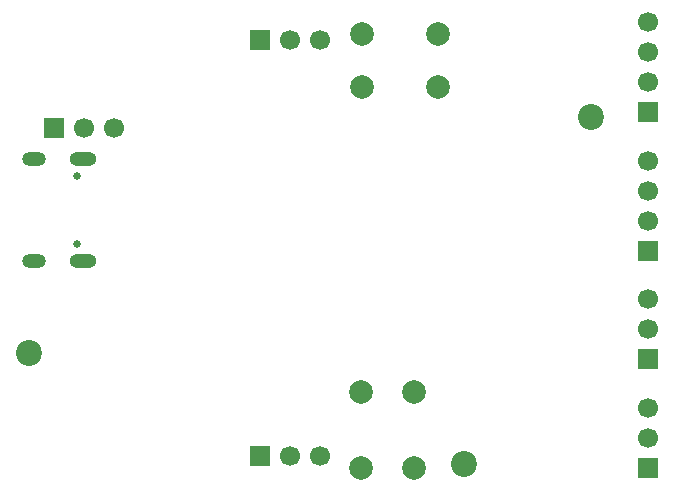
<source format=gbr>
%TF.GenerationSoftware,KiCad,Pcbnew,9.0.3*%
%TF.CreationDate,2025-08-10T23:59:10-04:00*%
%TF.ProjectId,Hydra_Driver_Shield,48796472-615f-4447-9269-7665725f5368,rev?*%
%TF.SameCoordinates,Original*%
%TF.FileFunction,Soldermask,Bot*%
%TF.FilePolarity,Negative*%
%FSLAX46Y46*%
G04 Gerber Fmt 4.6, Leading zero omitted, Abs format (unit mm)*
G04 Created by KiCad (PCBNEW 9.0.3) date 2025-08-10 23:59:10*
%MOMM*%
%LPD*%
G01*
G04 APERTURE LIST*
%ADD10C,0.650000*%
%ADD11O,2.304000X1.204000*%
%ADD12O,2.004000X1.204000*%
%ADD13C,2.000000*%
%ADD14C,2.200000*%
%ADD15R,1.700000X1.700000*%
%ADD16C,1.700000*%
G04 APERTURE END LIST*
D10*
%TO.C,J1*%
X6680000Y-15000000D03*
X6680000Y-20780000D03*
D11*
X7180000Y-13570000D03*
X7180000Y-22210000D03*
D12*
X3000000Y-13570000D03*
X3000000Y-22210000D03*
%TD*%
D13*
%TO.C,SW2*%
X30700000Y-39800000D03*
X30700000Y-33300000D03*
X35200000Y-39800000D03*
X35200000Y-33300000D03*
%TD*%
D14*
%TO.C,REF\u002A\u002A*%
X39400000Y-39400000D03*
%TD*%
D13*
%TO.C,SW1*%
X30750000Y-3000000D03*
X37250000Y-3000000D03*
X30750000Y-7500000D03*
X37250000Y-7500000D03*
%TD*%
D14*
%TO.C,REF\u002A\u002A*%
X50200000Y-10000000D03*
%TD*%
%TO.C,REF\u002A\u002A*%
X2600000Y-30000000D03*
%TD*%
D15*
%TO.C,J6*%
X22170000Y-3500000D03*
D16*
X24710000Y-3500000D03*
X27250000Y-3500000D03*
%TD*%
D15*
%TO.C,J7*%
X55000000Y-21370000D03*
D16*
X55000000Y-18830000D03*
X55000000Y-16290000D03*
X55000000Y-13750000D03*
%TD*%
D15*
%TO.C,J4*%
X55000000Y-39750000D03*
D16*
X55000000Y-37210000D03*
X55000000Y-34670000D03*
%TD*%
D15*
%TO.C,J2*%
X22170000Y-38750000D03*
D16*
X24710000Y-38750000D03*
X27250000Y-38750000D03*
%TD*%
D15*
%TO.C,J8*%
X55000000Y-30500000D03*
D16*
X55000000Y-27960000D03*
X55000000Y-25420000D03*
%TD*%
D15*
%TO.C,J5*%
X4710000Y-11000000D03*
D16*
X7250000Y-11000000D03*
X9790000Y-11000000D03*
%TD*%
D15*
%TO.C,J3*%
X55000000Y-9620000D03*
D16*
X55000000Y-7080000D03*
X55000000Y-4540000D03*
X55000000Y-2000000D03*
%TD*%
M02*

</source>
